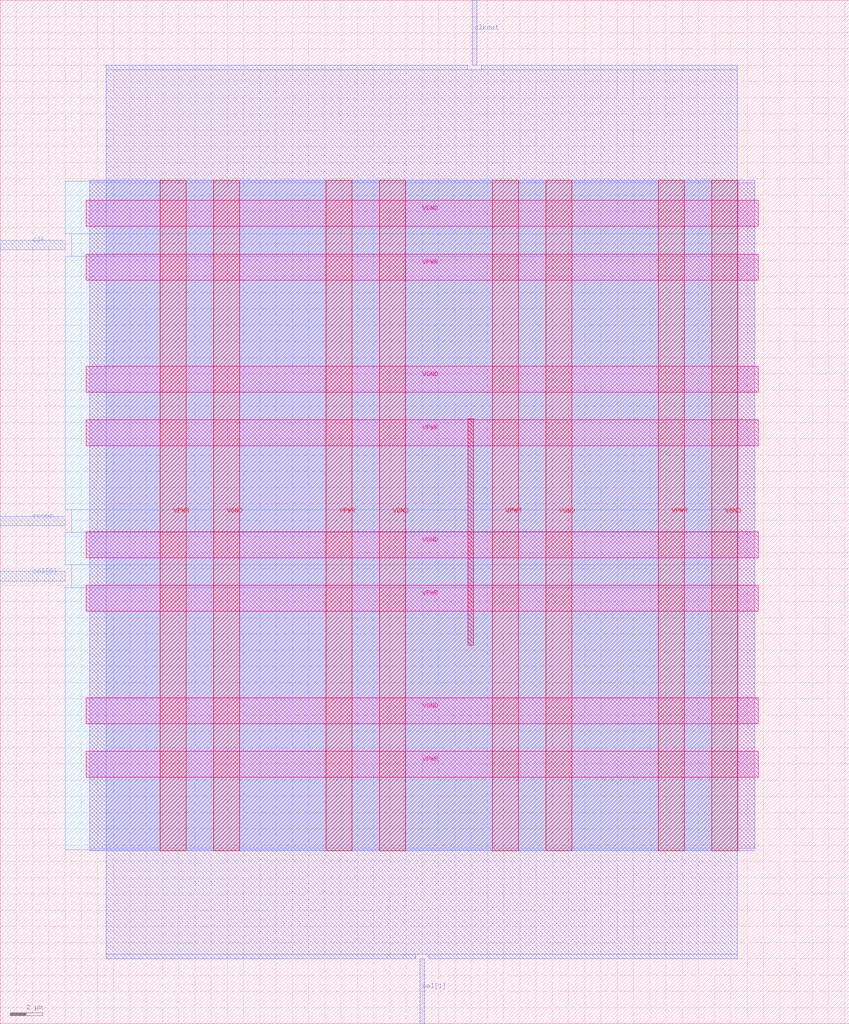
<source format=lef>
VERSION 5.7 ;
  NOWIREEXTENSIONATPIN ON ;
  DIVIDERCHAR "/" ;
  BUSBITCHARS "[]" ;
MACRO pes_brg
  CLASS BLOCK ;
  FOREIGN pes_brg ;
  ORIGIN 0.000 0.000 ;
  SIZE 52.290 BY 63.010 ;
  PIN VGND
    DIRECTION INOUT ;
    USE GROUND ;
    PORT
      LAYER met4 ;
        RECT 13.135 10.640 14.735 51.920 ;
    END
    PORT
      LAYER met4 ;
        RECT 23.370 10.640 24.970 51.920 ;
    END
    PORT
      LAYER met4 ;
        RECT 33.605 10.640 35.205 51.920 ;
    END
    PORT
      LAYER met4 ;
        RECT 43.840 10.640 45.440 51.920 ;
    END
    PORT
      LAYER met5 ;
        RECT 5.280 18.480 46.700 20.080 ;
    END
    PORT
      LAYER met5 ;
        RECT 5.280 28.680 46.700 30.280 ;
    END
    PORT
      LAYER met5 ;
        RECT 5.280 38.880 46.700 40.480 ;
    END
    PORT
      LAYER met5 ;
        RECT 5.280 49.080 46.700 50.680 ;
    END
  END VGND
  PIN VPWR
    DIRECTION INOUT ;
    USE POWER ;
    PORT
      LAYER met4 ;
        RECT 9.835 10.640 11.435 51.920 ;
    END
    PORT
      LAYER met4 ;
        RECT 20.070 10.640 21.670 51.920 ;
    END
    PORT
      LAYER met4 ;
        RECT 30.305 10.640 31.905 51.920 ;
    END
    PORT
      LAYER met4 ;
        RECT 40.540 10.640 42.140 51.920 ;
    END
    PORT
      LAYER met5 ;
        RECT 5.280 15.180 46.700 16.780 ;
    END
    PORT
      LAYER met5 ;
        RECT 5.280 25.380 46.700 26.980 ;
    END
    PORT
      LAYER met5 ;
        RECT 5.280 35.580 46.700 37.180 ;
    END
    PORT
      LAYER met5 ;
        RECT 5.280 45.780 46.700 47.380 ;
    END
  END VPWR
  PIN clk
    DIRECTION INPUT ;
    USE SIGNAL ;
    ANTENNAGATEAREA 0.852000 ;
    PORT
      LAYER met3 ;
        RECT 0.000 47.640 4.000 48.240 ;
    END
  END clk
  PIN clkout
    DIRECTION OUTPUT TRISTATE ;
    USE SIGNAL ;
    ANTENNADIFFAREA 0.795200 ;
    PORT
      LAYER met2 ;
        RECT 29.070 59.010 29.350 63.010 ;
    END
  END clkout
  PIN reset
    DIRECTION INPUT ;
    USE SIGNAL ;
    ANTENNAGATEAREA 0.159000 ;
    PORT
      LAYER met3 ;
        RECT 0.000 30.640 4.000 31.240 ;
    END
  END reset
  PIN sel[0]
    DIRECTION INPUT ;
    USE SIGNAL ;
    ANTENNAGATEAREA 0.213000 ;
    PORT
      LAYER met3 ;
        RECT 0.000 27.240 4.000 27.840 ;
    END
  END sel[0]
  PIN sel[1]
    DIRECTION INPUT ;
    USE SIGNAL ;
    ANTENNAGATEAREA 0.196500 ;
    PORT
      LAYER met2 ;
        RECT 25.850 0.000 26.130 4.000 ;
    END
  END sel[1]
  OBS
      LAYER li1 ;
        RECT 5.520 10.795 46.460 51.765 ;
      LAYER met1 ;
        RECT 5.520 10.640 46.460 51.920 ;
      LAYER met2 ;
        RECT 6.530 58.730 28.790 59.010 ;
        RECT 29.630 58.730 45.410 59.010 ;
        RECT 6.530 4.280 45.410 58.730 ;
        RECT 6.530 4.000 25.570 4.280 ;
        RECT 26.410 4.000 45.410 4.280 ;
      LAYER met3 ;
        RECT 4.000 48.640 45.430 51.845 ;
        RECT 4.400 47.240 45.430 48.640 ;
        RECT 4.000 31.640 45.430 47.240 ;
        RECT 4.400 30.240 45.430 31.640 ;
        RECT 4.000 28.240 45.430 30.240 ;
        RECT 4.400 26.840 45.430 28.240 ;
        RECT 4.000 10.715 45.430 26.840 ;
      LAYER met4 ;
        RECT 28.815 23.295 29.145 37.225 ;
  END
END pes_brg
END LIBRARY


</source>
